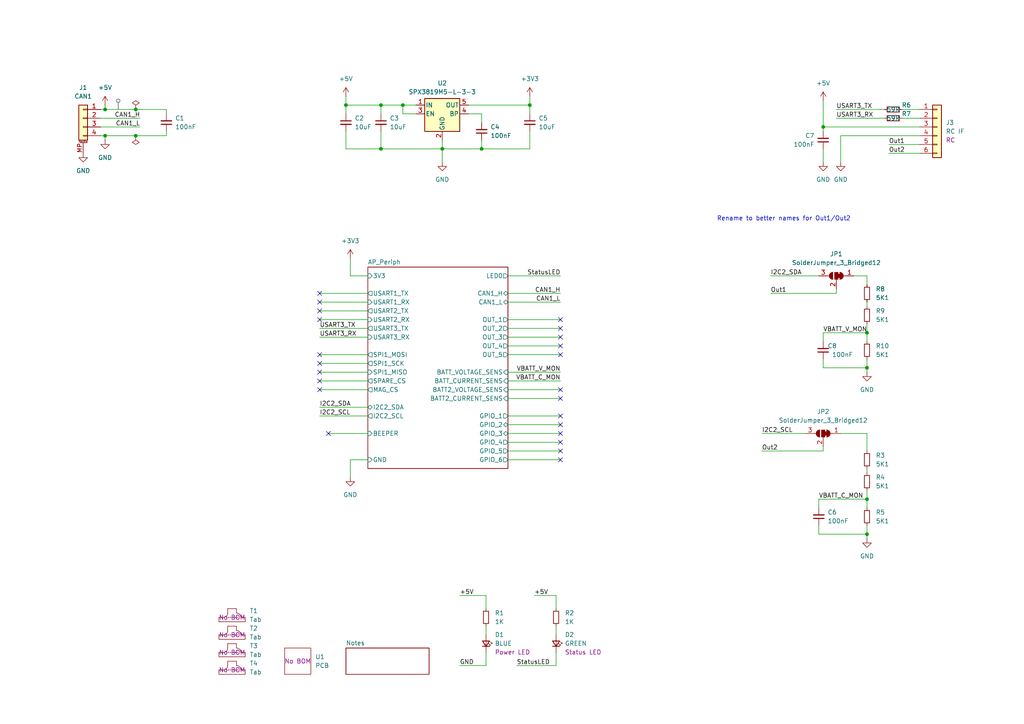
<source format=kicad_sch>
(kicad_sch (version 20250114) (generator "eeschema") (generator_version "9.0")
  (paper "A4")
  (title_block (date "2025-04-14"))
  (lib_symbols
    (symbol "Connector_Generic:Conn_01x06" (pin_names (offset 1.016) (hide yes))
      (property "Reference" "J" (at 0 7.62 0))
      (property "Value" "Conn_01x06" (at 0 -10.16 0))
      (symbol "Conn_01x06_1_1"
        (rectangle (start -1.27 6.35) (end 1.27 -8.89) (stroke (width 0.254)) (fill (type background)))
        (rectangle (start -1.27 5.207) (end 0 4.953) (stroke (width 0.1524)))
        (rectangle (start -1.27 2.667) (end 0 2.413) (stroke (width 0.1524)))
        (rectangle (start -1.27 0.127) (end 0 -0.127) (stroke (width 0.1524)))
        (rectangle (start -1.27 -2.413) (end 0 -2.667) (stroke (width 0.1524)))
        (rectangle (start -1.27 -4.953) (end 0 -5.207) (stroke (width 0.1524)))
        (rectangle (start -1.27 -7.493) (end 0 -7.747) (stroke (width 0.1524)))
        (pin passive line (at -5.08 5.08 0) (length 3.81) (name "Pin_1") (number "1"))
        (pin passive line (at -5.08 2.54 0) (length 3.81) (name "Pin_2") (number "2"))
        (pin passive line (at -5.08 0 0) (length 3.81) (name "Pin_3") (number "3"))
        (pin passive line (at -5.08 -2.54 0) (length 3.81) (name "Pin_4") (number "4"))
        (pin passive line (at -5.08 -5.08 0) (length 3.81) (name "Pin_5") (number "5"))
        (pin passive line (at -5.08 -7.62 0) (length 3.81) (name "Pin_6") (number "6"))
      )
    )
    (symbol "Connector_Generic_MountingPin:Conn_01x04_MountingPin" (pin_names (offset 1.016) (hide yes))
      (property "Reference" "J" (at 0 5.08 0))
      (property "Value" "Conn_01x04_MountingPin" (at 1.27 -7.62 0))
      (symbol "Conn_01x04_MountingPin_1_1"
        (rectangle (start -1.27 3.81) (end 1.27 -6.35) (stroke (width 0.254)) (fill (type background)))
        (rectangle (start -1.27 2.667) (end 0 2.413) (stroke (width 0.1524)))
        (rectangle (start -1.27 0.127) (end 0 -0.127) (stroke (width 0.1524)))
        (rectangle (start -1.27 -2.413) (end 0 -2.667) (stroke (width 0.1524)))
        (rectangle (start -1.27 -4.953) (end 0 -5.207) (stroke (width 0.1524)))
        (polyline (pts (xy -1.016 -7.112) (xy 1.016 -7.112)) (stroke (width 0.1524)))
        (text "Mounting" (at 0 -6.731 0) (effects (font (size 0.381 0.381))))
        (pin passive line (at -5.08 2.54 0) (length 3.81) (name "Pin_1") (number "1"))
        (pin passive line (at -5.08 0 0) (length 3.81) (name "Pin_2") (number "2"))
        (pin passive line (at -5.08 -2.54 0) (length 3.81) (name "Pin_3") (number "3"))
        (pin passive line (at -5.08 -5.08 0) (length 3.81) (name "Pin_4") (number "4"))
        (pin passive line (at 0 -10.16 90) (length 3.048) (name "MountPin") (number "MP"))
      )
    )
    (symbol "Device:C_Small" (pin_numbers (hide yes)) (pin_names (offset 0.254) (hide yes))
      (property "Reference" "C" (at 0.254 1.778 0))
      (property "Value" "C_Small" (at 0.254 -2.032 0))
      (symbol "C_Small_0_1"
        (polyline (pts (xy -1.524 0.508) (xy 1.524 0.508)) (stroke (width 0.3048)))
        (polyline (pts (xy -1.524 -0.508) (xy 1.524 -0.508)) (stroke (width 0.3302)))
      )
      (symbol "C_Small_1_1"
        (pin passive line (at 0 2.54 270) (length 2.032) (name "~") (number "1"))
        (pin passive line (at 0 -2.54 90) (length 2.032) (name "~") (number "2"))
      )
    )
    (symbol "Device:LED_Small" (pin_numbers (hide yes)) (pin_names (offset 0.254) (hide yes))
      (property "Reference" "D" (at -1.27 3.175 0))
      (property "Value" "LED_Small" (at -4.445 -2.54 0))
      (symbol "LED_Small_0_1"
        (polyline (pts (xy -0.762 -1.016) (xy -0.762 1.016)) (stroke (width 0.254)))
        (polyline (pts (xy 0 0.762) (xy -0.508 1.27) (xy -0.254 1.27) (xy -0.508 1.27) (xy -0.508 1.016)))
        (polyline (pts (xy 0.508 1.27) (xy 0 1.778) (xy 0.254 1.778) (xy 0 1.778) (xy 0 1.524)))
        (polyline (pts (xy 0.762 -1.016) (xy -0.762 0) (xy 0.762 1.016) (xy 0.762 -1.016)) (stroke (width 0.254)))
        (polyline (pts (xy 1.016 0) (xy -0.762 0)))
      )
      (symbol "LED_Small_1_1"
        (pin passive line (at -2.54 0 0) (length 1.778) (name "K") (number "1"))
        (pin passive line (at 2.54 0 180) (length 1.778) (name "A") (number "2"))
      )
    )
    (symbol "Device:R_Small" (pin_numbers (hide yes)) (pin_names (offset 0.254) (hide yes))
      (property "Reference" "R" (at 0 0 90))
      (property "Value" "R_Small" (at 1.778 0 90))
      (symbol "R_Small_0_1"
        (rectangle (start -0.762 1.778) (end 0.762 -1.778) (stroke (width 0.2032)))
      )
      (symbol "R_Small_1_1"
        (pin passive line (at 0 2.54 270) (length 0.762) (name "~") (number "1"))
        (pin passive line (at 0 -2.54 90) (length 0.762) (name "~") (number "2"))
      )
    )
    (symbol "Jumper:SolderJumper_3_Bridged12" (pin_names (offset 0) (hide yes)) (in_bom no)
      (property "Reference" "JP" (at -2.54 -2.54 0))
      (property "Value" "SolderJumper_3_Bridged12" (at 0 2.794 0))
      (symbol "SolderJumper_3_Bridged12_0_1"
        (polyline (pts (xy -2.54 0) (xy -2.032 0)))
        (polyline (pts (xy -1.016 1.016) (xy -1.016 -1.016)))
        (rectangle (start -1.016 0.508) (end -0.508 -0.508) (fill (type outline)))
        (arc (start -1.016 -1.016) (mid -2.0276 0) (end -1.016 1.016))
        (arc (start -1.016 -1.016) (mid -2.0276 0) (end -1.016 1.016) (fill (type outline)))
        (rectangle (start -0.508 1.016) (end 0.508 -1.016) (fill (type outline)))
        (polyline (pts (xy 0 -1.27) (xy 0 -1.016)))
        (arc (start 1.016 1.016) (mid 2.0276 0) (end 1.016 -1.016))
        (arc (start 1.016 1.016) (mid 2.0276 0) (end 1.016 -1.016) (fill (type outline)))
        (polyline (pts (xy 1.016 1.016) (xy 1.016 -1.016)))
        (polyline (pts (xy 2.54 0) (xy 2.032 0)))
      )
      (symbol "SolderJumper_3_Bridged12_1_1"
        (pin passive line (at -5.08 0 0) (length 2.54) (name "A") (number "1"))
        (pin passive line (at 0 -3.81 90) (length 2.54) (name "C") (number "2"))
        (pin passive line (at 5.08 0 180) (length 2.54) (name "B") (number "3"))
      )
    )
    (symbol "Mad_Symbols:PCB"
      (property "Reference" "U" (at -3.048 4.826 0))
      (property "Value" "PCB" (at 0 -4.826 0))
      (symbol "PCB_0_1"
        (rectangle (start -3.81 3.81) (end 3.81 -3.81))
      )
    )
    (symbol "PCM_kikit:Tab" (in_bom no)
      (property "Reference" "T" (at 0 3.81 0))
      (property "Value" "Tab" (at 0 -2.54 0))
      (symbol "Tab_0_1"
        (polyline (pts (xy -3.81 0) (xy -2.54 0)) (stroke (width 0.1524)))
        (polyline (pts (xy -3.81 0) (xy -3.81 -1.27) (xy 3.81 -1.27) (xy 3.81 0)) (stroke (width 0.1524)))
        (arc (start -1.27 1.27) (mid -1.642 0.372) (end -2.54 0) (stroke (width 0.1524)))
        (circle (center -1.524 0) (radius 0.0762) (stroke (width 0.1524)))
        (polyline (pts (xy -1.27 1.27) (xy -1.27 2.54)) (stroke (width 0.1524)))
        (circle (center -1.016 0) (radius 0.0762) (stroke (width 0.1524)))
        (circle (center -0.508 0) (radius 0.0762) (stroke (width 0.1524)))
        (circle (center 0 0) (radius 0.0762) (stroke (width 0.1524)))
        (circle (center 0.508 0) (radius 0.0762) (stroke (width 0.1524)))
        (circle (center 1.016 0) (radius 0.0762) (stroke (width 0.1524)))
        (polyline (pts (xy 1.27 2.54) (xy -1.27 2.54)) (stroke (width 0.1524)))
        (polyline (pts (xy 1.27 1.27) (xy 1.27 2.54)) (stroke (width 0.1524)))
        (arc (start 1.27 1.27) (mid 2.168 0.898) (end 2.54 0) (stroke (width 0.1524)))
        (circle (center 1.524 0) (radius 0.0762) (stroke (width 0.1524)))
        (polyline (pts (xy 2.54 0) (xy 3.81 0)) (stroke (width 0.1524)))
      )
    )
    (symbol "Regulator_Linear:SPX3819M5-L-3-3" (pin_names (offset 0.254))
      (property "Reference" "U" (at -3.81 5.715 0))
      (property "Value" "SPX3819M5-L-3-3" (at 0 5.715 0))
      (symbol "SPX3819M5-L-3-3_0_1"
        (rectangle (start -5.08 4.445) (end 5.08 -5.08) (stroke (width 0.254)) (fill (type background)))
      )
      (symbol "SPX3819M5-L-3-3_1_1"
        (pin power_in line (at -7.62 2.54 0) (length 2.54) (name "IN") (number "1"))
        (pin input line (at -7.62 0 0) (length 2.54) (name "EN") (number "3"))
        (pin power_in line (at 0 -7.62 90) (length 2.54) (name "GND") (number "2"))
        (pin power_out line (at 7.62 2.54 180) (length 2.54) (name "OUT") (number "5"))
        (pin input line (at 7.62 0 180) (length 2.54) (name "BP") (number "4"))
      )
    )
    (symbol "power:+3V3" (power) (pin_numbers (hide yes)) (pin_names (offset 0) (hide yes))
      (property "Value" "+3V3" (at 0 3.556 0))
      (symbol "+3V3_0_1"
        (polyline (pts (xy -0.762 1.27) (xy 0 2.54)))
        (polyline (pts (xy 0 2.54) (xy 0.762 1.27)))
        (polyline (pts (xy 0 0) (xy 0 2.54)))
      )
      (symbol "+3V3_1_1"
        (pin power_in line (at 0 0 90) (length 0) (name "~") (number "1"))
      )
    )
    (symbol "power:+5V" (power) (pin_numbers (hide yes)) (pin_names (offset 0) (hide yes))
      (property "Value" "+5V" (at 0 3.556 0))
      (symbol "+5V_0_1"
        (polyline (pts (xy -0.762 1.27) (xy 0 2.54)))
        (polyline (pts (xy 0 2.54) (xy 0.762 1.27)))
        (polyline (pts (xy 0 0) (xy 0 2.54)))
      )
      (symbol "+5V_1_1"
        (pin power_in line (at 0 0 90) (length 0) (name "~") (number "1"))
      )
    )
    (symbol "power:GND" (power) (pin_numbers (hide yes)) (pin_names (offset 0) (hide yes))
      (property "Value" "GND" (at 0 -3.81 0))
      (symbol "GND_0_1"
        (polyline (pts (xy 0 0) (xy 0 -1.27) (xy 1.27 -1.27) (xy 0 -2.54) (xy -1.27 -1.27) (xy 0 -1.27)))
      )
      (symbol "GND_1_1"
        (pin power_in line (at 0 0 270) (length 0) (name "~") (number "1"))
      )
    )
    (symbol "power:PWR_FLAG" (power) (pin_numbers (hide yes)) (pin_names (offset 0) (hide yes))
      (property "Value" "PWR_FLAG" (at 0 3.81 0))
      (symbol "PWR_FLAG_0_0"
        (pin power_out line (at 0 0 90) (length 0) (name "~") (number "1"))
      )
      (symbol "PWR_FLAG_0_1"
        (polyline (pts (xy 0 0) (xy 0 1.27) (xy -1.016 1.905) (xy 0 2.54) (xy 1.016 1.905) (xy 0 1.27)))
      )
    )
  )
  (text "Rename to better names for Out1/Out2" (at 227.33 63.5 0) (effects (font (size 1.27 1.27))))
  (junction (at 30.48 39.37))
  (junction (at 251.46 154.94))
  (junction (at 39.37 39.37))
  (junction (at 110.49 30.48))
  (junction (at 251.46 144.78))
  (junction (at 238.76 36.83))
  (junction (at 116.84 30.48))
  (junction (at 128.27 43.18))
  (junction (at 153.67 30.48))
  (junction (at 139.7 43.18))
  (junction (at 100.33 30.48))
  (junction (at 39.37 31.75))
  (junction (at 251.46 96.52))
  (junction (at 30.48 31.75))
  (junction (at 251.46 106.68))
  (junction (at 110.49 43.18))
  (no_connect (at 162.56 97.79))
  (no_connect (at 92.71 90.17))
  (no_connect (at 162.56 95.25))
  (no_connect (at 162.56 120.65))
  (no_connect (at 162.56 113.03))
  (no_connect (at 162.56 130.81))
  (no_connect (at 92.71 113.03))
  (no_connect (at 92.71 87.63))
  (no_connect (at 95.25 125.73))
  (no_connect (at 162.56 102.87))
  (no_connect (at 92.71 92.71))
  (no_connect (at 92.71 85.09))
  (no_connect (at 162.56 100.33))
  (no_connect (at 162.56 133.35))
  (no_connect (at 162.56 123.19))
  (no_connect (at 92.71 105.41))
  (no_connect (at 92.71 110.49))
  (no_connect (at 92.71 107.95))
  (no_connect (at 162.56 125.73))
  (no_connect (at 162.56 92.71))
  (no_connect (at 162.56 128.27))
  (no_connect (at 162.56 115.57))
  (no_connect (at 92.71 102.87))
  (wire (pts (xy 162.56 110.49) (xy 147.32 110.49)))
  (wire (pts (xy 220.98 125.73) (xy 233.68 125.73)))
  (wire (pts (xy 48.26 39.37) (xy 39.37 39.37)))
  (wire (pts (xy 30.48 39.37) (xy 39.37 39.37)))
  (wire (pts (xy 251.46 142.24) (xy 251.46 144.78)))
  (wire (pts (xy 100.33 30.48) (xy 100.33 33.02)))
  (wire (pts (xy 162.56 102.87) (xy 147.32 102.87)))
  (wire (pts (xy 162.56 130.81) (xy 147.32 130.81)))
  (wire (pts (xy 161.29 172.72) (xy 161.29 176.53)))
  (wire (pts (xy 92.71 97.79) (xy 106.68 97.79)))
  (wire (pts (xy 162.56 92.71) (xy 147.32 92.71)))
  (wire (pts (xy 162.56 123.19) (xy 147.32 123.19)))
  (wire (pts (xy 238.76 96.52) (xy 238.76 99.06)))
  (wire (pts (xy 242.57 34.29) (xy 256.54 34.29)))
  (wire (pts (xy 92.71 107.95) (xy 106.68 107.95)))
  (wire (pts (xy 162.56 100.33) (xy 147.32 100.33)))
  (wire (pts (xy 101.6 80.01) (xy 106.68 80.01)))
  (wire (pts (xy 237.49 144.78) (xy 237.49 147.32)))
  (wire (pts (xy 101.6 133.35) (xy 106.68 133.35)))
  (wire (pts (xy 161.29 172.72) (xy 154.94 172.72)))
  (wire (pts (xy 243.84 39.37) (xy 266.7 39.37)))
  (wire (pts (xy 101.6 74.93) (xy 101.6 80.01)))
  (wire (pts (xy 110.49 33.02) (xy 110.49 30.48)))
  (wire (pts (xy 101.6 138.43) (xy 101.6 133.35)))
  (wire (pts (xy 128.27 46.99) (xy 128.27 43.18)))
  (wire (pts (xy 251.46 125.73) (xy 251.46 130.81)))
  (wire (pts (xy 162.56 120.65) (xy 147.32 120.65)))
  (wire (pts (xy 223.52 80.01) (xy 237.49 80.01)))
  (wire (pts (xy 251.46 96.52) (xy 251.46 99.06)))
  (wire (pts (xy 147.32 107.95) (xy 162.56 107.95)))
  (wire (pts (xy 243.84 125.73) (xy 251.46 125.73)))
  (wire (pts (xy 238.76 106.68) (xy 251.46 106.68)))
  (wire (pts (xy 242.57 31.75) (xy 256.54 31.75)))
  (wire (pts (xy 135.89 33.02) (xy 139.7 33.02)))
  (wire (pts (xy 162.56 87.63) (xy 147.32 87.63)))
  (wire (pts (xy 30.48 31.75) (xy 39.37 31.75)))
  (wire (pts (xy 251.46 154.94) (xy 251.46 156.21)))
  (wire (pts (xy 40.64 34.29) (xy 29.21 34.29)))
  (wire (pts (xy 242.57 85.09) (xy 242.57 83.82)))
  (wire (pts (xy 100.33 38.1) (xy 100.33 43.18)))
  (wire (pts (xy 29.21 39.37) (xy 30.48 39.37)))
  (wire (pts (xy 251.46 87.63) (xy 251.46 88.9)))
  (wire (pts (xy 110.49 43.18) (xy 128.27 43.18)))
  (wire (pts (xy 153.67 38.1) (xy 153.67 43.18)))
  (wire (pts (xy 220.98 130.81) (xy 238.76 130.81)))
  (wire (pts (xy 110.49 30.48) (xy 116.84 30.48)))
  (wire (pts (xy 238.76 38.1) (xy 238.76 36.83)))
  (wire (pts (xy 251.46 104.14) (xy 251.46 106.68)))
  (wire (pts (xy 140.97 176.53) (xy 140.97 172.72)))
  (wire (pts (xy 251.46 80.01) (xy 251.46 82.55)))
  (wire (pts (xy 133.35 193.04) (xy 140.97 193.04)))
  (wire (pts (xy 30.48 40.64) (xy 30.48 39.37)))
  (wire (pts (xy 110.49 43.18) (xy 100.33 43.18)))
  (wire (pts (xy 238.76 36.83) (xy 266.7 36.83)))
  (wire (pts (xy 162.56 95.25) (xy 147.32 95.25)))
  (wire (pts (xy 238.76 96.52) (xy 251.46 96.52)))
  (wire (pts (xy 251.46 144.78) (xy 251.46 147.32)))
  (wire (pts (xy 251.46 152.4) (xy 251.46 154.94)))
  (wire (pts (xy 257.81 44.45) (xy 266.7 44.45)))
  (wire (pts (xy 92.71 102.87) (xy 106.68 102.87)))
  (wire (pts (xy 149.86 193.04) (xy 161.29 193.04)))
  (wire (pts (xy 147.32 80.01) (xy 162.56 80.01)))
  (wire (pts (xy 92.71 118.11) (xy 106.68 118.11)))
  (wire (pts (xy 110.49 38.1) (xy 110.49 43.18)))
  (wire (pts (xy 92.71 85.09) (xy 106.68 85.09)))
  (wire (pts (xy 237.49 152.4) (xy 237.49 154.94)))
  (wire (pts (xy 92.71 120.65) (xy 106.68 120.65)))
  (wire (pts (xy 92.71 95.25) (xy 106.68 95.25)))
  (wire (pts (xy 30.48 30.48) (xy 30.48 31.75)))
  (wire (pts (xy 133.35 172.72) (xy 140.97 172.72)))
  (wire (pts (xy 237.49 154.94) (xy 251.46 154.94)))
  (wire (pts (xy 139.7 33.02) (xy 139.7 35.56)))
  (wire (pts (xy 162.56 115.57) (xy 147.32 115.57)))
  (wire (pts (xy 162.56 128.27) (xy 147.32 128.27)))
  (wire (pts (xy 238.76 130.81) (xy 238.76 129.54)))
  (wire (pts (xy 95.25 125.73) (xy 106.68 125.73)))
  (wire (pts (xy 247.65 80.01) (xy 251.46 80.01)))
  (wire (pts (xy 140.97 189.23) (xy 140.97 193.04)))
  (wire (pts (xy 153.67 30.48) (xy 135.89 30.48)))
  (wire (pts (xy 29.21 31.75) (xy 30.48 31.75)))
  (wire (pts (xy 257.81 41.91) (xy 266.7 41.91)))
  (wire (pts (xy 92.71 110.49) (xy 106.68 110.49)))
  (wire (pts (xy 92.71 90.17) (xy 106.68 90.17)))
  (wire (pts (xy 139.7 43.18) (xy 153.67 43.18)))
  (wire (pts (xy 162.56 125.73) (xy 147.32 125.73)))
  (wire (pts (xy 92.71 92.71) (xy 106.68 92.71)))
  (wire (pts (xy 261.62 34.29) (xy 266.7 34.29)))
  (wire (pts (xy 100.33 27.94) (xy 100.33 30.48)))
  (wire (pts (xy 161.29 184.15) (xy 161.29 181.61)))
  (wire (pts (xy 116.84 30.48) (xy 120.65 30.48)))
  (wire (pts (xy 92.71 113.03) (xy 106.68 113.03)))
  (wire (pts (xy 238.76 29.21) (xy 238.76 36.83)))
  (wire (pts (xy 161.29 189.23) (xy 161.29 193.04)))
  (wire (pts (xy 237.49 144.78) (xy 251.46 144.78)))
  (wire (pts (xy 251.46 135.89) (xy 251.46 137.16)))
  (wire (pts (xy 162.56 133.35) (xy 147.32 133.35)))
  (wire (pts (xy 251.46 106.68) (xy 251.46 107.95)))
  (wire (pts (xy 92.71 87.63) (xy 106.68 87.63)))
  (wire (pts (xy 92.71 105.41) (xy 106.68 105.41)))
  (wire (pts (xy 48.26 31.75) (xy 39.37 31.75)))
  (wire (pts (xy 153.67 27.94) (xy 153.67 30.48)))
  (wire (pts (xy 128.27 43.18) (xy 128.27 40.64)))
  (wire (pts (xy 251.46 93.98) (xy 251.46 96.52)))
  (wire (pts (xy 223.52 85.09) (xy 242.57 85.09)))
  (wire (pts (xy 40.64 36.83) (xy 29.21 36.83)))
  (wire (pts (xy 153.67 33.02) (xy 153.67 30.48)))
  (wire (pts (xy 116.84 33.02) (xy 116.84 30.48)))
  (wire (pts (xy 128.27 43.18) (xy 139.7 43.18)))
  (wire (pts (xy 140.97 184.15) (xy 140.97 181.61)))
  (wire (pts (xy 120.65 33.02) (xy 116.84 33.02)))
  (wire (pts (xy 147.32 113.03) (xy 162.56 113.03)))
  (wire (pts (xy 238.76 43.18) (xy 238.76 46.99)))
  (wire (pts (xy 162.56 85.09) (xy 147.32 85.09)))
  (wire (pts (xy 261.62 31.75) (xy 266.7 31.75)))
  (wire (pts (xy 162.56 97.79) (xy 147.32 97.79)))
  (wire (pts (xy 139.7 40.64) (xy 139.7 43.18)))
  (wire (pts (xy 243.84 46.99) (xy 243.84 39.37)))
  (wire (pts (xy 110.49 30.48) (xy 100.33 30.48)))
  (wire (pts (xy 48.26 38.1) (xy 48.26 39.37)))
  (wire (pts (xy 48.26 33.02) (xy 48.26 31.75)))
  (wire (pts (xy 238.76 104.14) (xy 238.76 106.68)))
  (label "Out2" (at 220.98 130.81 0))
  (label "VBATT_C_MON" (at 237.49 144.78 0) (effects (font (thickness 0.1588))))
  (label "USART3_TX" (at 92.71 95.25 0) (effects (font (thickness 0.1588))))
  (label "CAN1_L" (at 40.64 36.83 180))
  (label "CAN1_H" (at 162.56 85.09 180))
  (label "I2C2_SDA" (at 92.71 118.11 0))
  (label "+5V" (at 133.35 172.72 0))
  (label "StatusLED" (at 149.86 193.04 0))
  (label "Out1" (at 257.81 41.91 0))
  (label "Out1" (at 223.52 85.09 0))
  (label "GND" (at 133.35 193.04 0))
  (label "VBATT_C_MON" (at 162.56 110.49 180) (effects (font (thickness 0.1588))))
  (label "CAN1_H" (at 40.64 34.29 180))
  (label "Out2" (at 257.81 44.45 0))
  (label "USART3_TX" (at 242.57 31.75 0))
  (label "VBATT_V_MON" (at 162.56 107.95 180) (effects (font (thickness 0.1588))))
  (label "CAN1_L" (at 162.56 87.63 180))
  (label "I2C2_SDA" (at 223.52 80.01 0))
  (label "VBATT_V_MON" (at 238.76 96.52 0) (effects (font (thickness 0.1588))))
  (label "I2C2_SCL" (at 92.71 120.65 0))
  (label "I2C2_SCL" (at 220.98 125.73 0))
  (label "StatusLED" (at 162.56 80.01 180))
  (label "USART3_RX" (at 92.71 97.79 0) (effects (font (thickness 0.1588))))
  (label "+5V" (at 154.94 172.72 0))
  (label "USART3_RX" (at 242.57 34.29 0))
  (netclass_flag "" (length 2.54) (shape round) (at 34.29 31.75 0) (property "Netclass" "PowerIN" (effects (hide yes))))
  (symbol (lib_id "power:PWR_FLAG") (at 39.37 39.37 0) (mirror x) (unit 1)
    (property "Reference" "#FLG02" (effects (hide yes)))
    (property "Value" "PWR_FLAG" (effects (hide yes)))
    (property "Description" "Special symbol for telling ERC where power comes from" (effects (hide yes)))
  )
  (symbol (lib_id "Device:R_Small") (at 251.46 133.35 0) (unit 1)
    (property "Reference" "R3" (at 254 132.0799 0) (effects (justify left)))
    (property "Value" "5K1" (at 254 134.6199 0) (effects (justify left)))
    (property "Footprint" "Resistor_SMD:R_0402_1005Metric" (effects (hide yes)))
    (property "Datasheet" "https://www.yageo.com/upload/media/product/products/datasheet/rchip/PYu-RC_Group_51_RoHS_L_12.pdf" (effects (hide yes)))
    (property "Description" "Resistor, small symbol" (effects (hide yes)))
    (property "Manufacturer" "YAGEO" (effects (hide yes)))
    (property "MPN" "RC0402FR-071KL" (effects (hide yes)))
    (property "Price" "$0.16" (effects (hide yes)))
    (property "Rating" "RES 5.1K OHM 1% 1/16W 0402" (effects (hide yes)))
    (property "Supplier" "Digikey" (effects (hide yes)))
    (property "Supplier PN" "311-5.10KLRCT-ND" (effects (hide yes)))
    (property "LCSC" "C105872" (effects (hide yes)))
  )
  (symbol (lib_id "Device:C_Small") (at 238.76 101.6 180) (unit 1)
    (property "Reference" "C8" (at 240.03 100.3235 0) (effects (justify right)))
    (property "Value" "100nF" (at 241.3 102.8635 0) (effects (justify right)))
    (property "Footprint" "Capacitor_SMD:C_0402_1005Metric" (effects (hide yes)))
    (property "Datasheet" "https://www.yageo.com/upload/media/product/productsearch/datasheet/mlcc/UPY-GPHC_X7R_6.3V-to-250V_24.pdf" (effects (hide yes)))
    (property "Description" "0.1 µF ±10% 25V Ceramic Capacitor X7R 0402 (1005 Metric)" (effects (hide yes)))
    (property "Price" "$0.17" (effects (hide yes)))
    (property "Rating" "CAP 0402 50V 100 NF X7R" (effects (hide yes)))
    (property "Supplier" "Digikey" (effects (hide yes)))
    (property "Supplier PN" "13-CC0402KPX7R9BB104CT-ND" (effects (hide yes)))
    (property "Manufacturer" "YAGEO" (effects (hide yes)))
    (property "MPN" "CC0402KPX7R9BB104" (effects (hide yes)))
    (property "LCSC" "C432917" (effects (hide yes)))
  )
  (symbol (lib_id "power:GND") (at 238.76 46.99 0) (unit 1)
    (property "Reference" "#PWR09" (effects (hide yes)))
    (property "Value" "GND" (at 238.76 52.07 0))
    (property "Description" "Power symbol creates a global label with name \"GND\" , ground" (effects (hide yes)))
  )
  (symbol (lib_id "Device:LED_Small") (at 161.29 186.69 270) (mirror x) (unit 1)
    (property "Reference" "D2" (at 163.83 184.0864 90) (effects (justify left)))
    (property "Value" "GREEN" (at 163.83 186.6264 90) (effects (justify left)))
    (property "Footprint" "LED_SMD:LED_0603_1608Metric" (effects (hide yes)))
    (property "Datasheet" "https://www.we-online.com/components/products/datasheet/150060VS75000.pdf" (effects (hide yes)))
    (property "Description" "Light emitting diode, small symbol" (effects (hide yes)))
    (property "Manufacturer" "Würth Elektronik" (effects (hide yes)))
    (property "Price" "$0.24" (effects (hide yes)))
    (property "Interface" "Status LED" (at 163.83 189.1664 90) (effects (justify left)))
    (property "Rating" "LED GREEN CLEAR 0603 SMD" (effects (hide yes)))
    (property "Supplier" "Digikey" (effects (hide yes)))
    (property "Supplier PN" "732-4980-1-ND" (effects (hide yes)))
    (property "MPN" "150060VS75000" (effects (hide yes)))
    (property "LCSC" "C965811" (effects (hide yes)))
  )
  (symbol (lib_id "Device:C_Small") (at 100.33 35.56 0) (unit 1)
    (property "Reference" "C2" (at 102.87 34.2962 0) (effects (justify left)))
    (property "Value" "10uF" (at 102.87 36.8362 0) (effects (justify left)))
    (property "Footprint" "Capacitor_SMD:C_0805_2012Metric" (effects (hide yes)))
    (property "Datasheet" "https://www.yageo.com/upload/media/product/app/datasheet/mlcc/upy-gphc_x5r_4v-to-50v.pdf" (effects (hide yes)))
    (property "Description" "10 µF ±10% 25V Ceramic Capacitor X5R 0805 (2012 Metric)" (effects (hide yes)))
    (property "Price" "$0.47" (effects (hide yes)))
    (property "Rating" "CAP CER 10UF 25V X5R 0805" (effects (hide yes)))
    (property "Supplier" "Digikey" (effects (hide yes)))
    (property "Supplier PN" "311-1869-1-ND" (effects (hide yes)))
    (property "Manufacturer" "YAGEO" (effects (hide yes)))
    (property "MPN" "CC0805KKX5R8BB106" (effects (hide yes)))
    (property "LCSC" "C2932476" (effects (hide yes)))
  )
  (symbol (lib_id "Device:LED_Small") (at 140.97 186.69 270) (mirror x) (unit 1)
    (property "Reference" "D1" (at 143.51 184.0864 90) (effects (justify left)))
    (property "Value" "BLUE" (at 143.51 186.6264 90) (effects (justify left)))
    (property "Footprint" "LED_SMD:LED_0603_1608Metric" (effects (hide yes)))
    (property "Datasheet" "https://www.we-online.com/components/products/datasheet/150060VS75000.pdf" (effects (hide yes)))
    (property "Description" "Light emitting diode, small symbol" (effects (hide yes)))
    (property "Manufacturer" "Würth Elektronik" (effects (hide yes)))
    (property "Price" "$0.16" (effects (hide yes)))
    (property "Interface" "Power LED" (at 143.51 189.1664 90) (effects (justify left)))
    (property "Rating" "LED BLUE CLEAR 0603 SMD" (effects (hide yes)))
    (property "Supplier" "Digikey" (effects (hide yes)))
    (property "Supplier PN" "732-4966-1-ND" (effects (hide yes)))
    (property "MPN" "150060BS75000" (effects (hide yes)))
    (property "LCSC" "C965807" (effects (hide yes)))
  )
  (symbol (lib_id "Jumper:SolderJumper_3_Bridged12") (at 242.57 80.01 0) (mirror y) (unit 1) (in_bom no)
    (property "Reference" "JP1" (at 242.57 73.66 0))
    (property "Value" "SolderJumper_3_Bridged12" (at 242.57 76.2 0))
    (property "Footprint" "Jumper:SolderJumper-3_P1.3mm_Bridged12_RoundedPad1.0x1.5mm" (effects (hide yes)))
    (property "Description" "3-pole Solder Jumper, pins 1+2 closed/bridged" (effects (hide yes)))
  )
  (symbol (lib_id "Device:R_Small") (at 251.46 149.86 0) (unit 1)
    (property "Reference" "R5" (at 254 148.5899 0) (effects (justify left)))
    (property "Value" "5K1" (at 254 151.1299 0) (effects (justify left)))
    (property "Footprint" "Resistor_SMD:R_0402_1005Metric" (effects (hide yes)))
    (property "Datasheet" "https://www.yageo.com/upload/media/product/products/datasheet/rchip/PYu-RC_Group_51_RoHS_L_12.pdf" (effects (hide yes)))
    (property "Description" "Resistor, small symbol" (effects (hide yes)))
    (property "Manufacturer" "YAGEO" (effects (hide yes)))
    (property "MPN" "RC0402FR-071KL" (effects (hide yes)))
    (property "Price" "$0.16" (effects (hide yes)))
    (property "Rating" "RES 5.1K OHM 1% 1/16W 0402" (effects (hide yes)))
    (property "Supplier" "Digikey" (effects (hide yes)))
    (property "Supplier PN" "311-5.10KLRCT-ND" (effects (hide yes)))
    (property "LCSC" "C105872" (effects (hide yes)))
  )
  (symbol (lib_id "power:+3V3") (at 153.67 27.94 0) (unit 1)
    (property "Reference" "#PWR07" (effects (hide yes)))
    (property "Value" "+3V3" (at 153.67 22.86 0))
    (property "Description" "Power symbol creates a global label with name \"+3V3\"" (effects (hide yes)))
  )
  (symbol (lib_id "Device:R_Small") (at 251.46 139.7 0) (unit 1)
    (property "Reference" "R4" (at 254 138.4299 0) (effects (justify left)))
    (property "Value" "5K1" (at 254 140.9699 0) (effects (justify left)))
    (property "Footprint" "Resistor_SMD:R_0402_1005Metric" (effects (hide yes)))
    (property "Datasheet" "https://www.yageo.com/upload/media/product/products/datasheet/rchip/PYu-RC_Group_51_RoHS_L_12.pdf" (effects (hide yes)))
    (property "Description" "Resistor, small symbol" (effects (hide yes)))
    (property "Manufacturer" "YAGEO" (effects (hide yes)))
    (property "MPN" "RC0402FR-071KL" (effects (hide yes)))
    (property "Price" "$0.16" (effects (hide yes)))
    (property "Rating" "RES 5.1K OHM 1% 1/16W 0402" (effects (hide yes)))
    (property "Supplier" "Digikey" (effects (hide yes)))
    (property "Supplier PN" "311-5.10KLRCT-ND" (effects (hide yes)))
    (property "LCSC" "C105872" (effects (hide yes)))
  )
  (symbol (lib_id "Regulator_Linear:SPX3819M5-L-3-3") (at 128.27 33.02 0) (unit 1)
    (property "Reference" "U2" (at 128.27 24.13 0))
    (property "Value" "SPX3819M5-L-3-3" (at 128.27 26.67 0))
    (property "Footprint" "Package_TO_SOT_SMD:SOT-23-5" (effects (hide yes)))
    (property "Datasheet" "https://mm.digikey.com/Volume0/opasdata/d220001/medias/docus/6642/1016_SPX3819.pdf" (effects (hide yes)))
    (property "Description" "Linear Voltage Regulator IC Positive Fixed 1 Output 500mA SOT-23-5" (effects (hide yes)))
    (property "Price" "$0.45" (effects (hide yes)))
    (property "Rating" "IC REG LINEAR 3.3V 500MA SOT23-5" (effects (hide yes)))
    (property "Supplier" "Digikey" (effects (hide yes)))
    (property "Supplier PN" "1016-1873-1-ND" (effects (hide yes)))
    (property "Manufacturer" "MaxLinear, Inc." (effects (hide yes)))
    (property "MPN" "SPX3819M5-L-3-3/TR" (effects (hide yes)))
    (property "LCSC" "C9055" (effects (hide yes)))
  )
  (symbol (lib_id "PCM_kikit:Tab") (at 67.31 189.23 0) (unit 1) (in_bom no)
    (property "Reference" "T3" (at 72.39 187.3249 0) (effects (justify left)))
    (property "Value" "Tab" (at 72.39 189.8649 0) (effects (justify left)))
    (property "Footprint" "PCM_kikit:Tab" (effects (hide yes)))
    (property "Description" "KiKit tab annotations" (effects (hide yes)))
    (property "Notes" "No BOM" (at 67.31 189.23 0))
  )
  (symbol (lib_id "Device:C_Small") (at 237.49 149.86 180) (unit 1)
    (property "Reference" "C6" (at 240.03 148.5835 0) (effects (justify right)))
    (property "Value" "100nF" (at 240.03 151.1235 0) (effects (justify right)))
    (property "Footprint" "Capacitor_SMD:C_0402_1005Metric" (effects (hide yes)))
    (property "Datasheet" "https://www.yageo.com/upload/media/product/productsearch/datasheet/mlcc/UPY-GPHC_X7R_6.3V-to-250V_24.pdf" (effects (hide yes)))
    (property "Description" "0.1 µF ±10% 25V Ceramic Capacitor X7R 0402 (1005 Metric)" (effects (hide yes)))
    (property "Price" "$0.17" (effects (hide yes)))
    (property "Rating" "CAP 0402 50V 100 NF X7R" (effects (hide yes)))
    (property "Supplier" "Digikey" (effects (hide yes)))
    (property "Supplier PN" "13-CC0402KPX7R9BB104CT-ND" (effects (hide yes)))
    (property "Manufacturer" "YAGEO" (effects (hide yes)))
    (property "MPN" "CC0402KPX7R9BB104" (effects (hide yes)))
    (property "LCSC" "C432917" (effects (hide yes)))
  )
  (symbol (lib_id "Device:C_Small") (at 139.7 38.1 180) (unit 1)
    (property "Reference" "C4" (at 142.24 36.8235 0) (effects (justify right)))
    (property "Value" "100nF" (at 142.24 39.3635 0) (effects (justify right)))
    (property "Footprint" "Capacitor_SMD:C_0402_1005Metric" (effects (hide yes)))
    (property "Datasheet" "https://www.yageo.com/upload/media/product/productsearch/datasheet/mlcc/UPY-GPHC_X7R_6.3V-to-250V_24.pdf" (effects (hide yes)))
    (property "Description" "0.1 µF ±10% 25V Ceramic Capacitor X7R 0402 (1005 Metric)" (effects (hide yes)))
    (property "Price" "$0.17" (effects (hide yes)))
    (property "Rating" "CAP 0402 50V 100 NF X7R" (effects (hide yes)))
    (property "Supplier" "Digikey" (effects (hide yes)))
    (property "Supplier PN" "13-CC0402KPX7R9BB104CT-ND" (effects (hide yes)))
    (property "Manufacturer" "YAGEO" (effects (hide yes)))
    (property "MPN" "CC0402KPX7R9BB104" (effects (hide yes)))
    (property "LCSC" "C432917" (effects (hide yes)))
  )
  (symbol (lib_id "Device:R_Small") (at 140.97 179.07 180) (unit 1)
    (property "Reference" "R1" (at 143.51 177.7999 0) (effects (justify right)))
    (property "Value" "1K" (at 143.51 180.3399 0) (effects (justify right)))
    (property "Footprint" "Resistor_SMD:R_0402_1005Metric" (effects (hide yes)))
    (property "Datasheet" "https://www.yageo.com/upload/media/product/products/datasheet/rchip/PYu-RC_Group_51_RoHS_L_12.pdf" (effects (hide yes)))
    (property "Description" "Resistor, small symbol" (effects (hide yes)))
    (property "Price" "$0.16" (effects (hide yes)))
    (property "Rating" "RES 1K OHM 1% 1/16W 0402" (effects (hide yes)))
    (property "Supplier" "Digikey" (effects (hide yes)))
    (property "Supplier PN" "311-1.00KLRCT-ND" (effects (hide yes)))
    (property "Manufacturer" "YAGEO" (effects (hide yes)))
    (property "MPN" "RC0402FR-071KL" (effects (hide yes)))
    (property "LCSC" "C106235" (effects (hide yes)))
  )
  (symbol (lib_id "power:GND") (at 30.48 40.64 0) (mirror y) (unit 1)
    (property "Reference" "#PWR02" (effects (hide yes)))
    (property "Value" "GND" (at 30.48 45.72 0))
    (property "Description" "Power symbol creates a global label with name \"GND\" , ground" (effects (hide yes)))
  )
  (symbol (lib_id "Device:R_Small") (at 251.46 101.6 0) (unit 1)
    (property "Reference" "R10" (at 254 100.3299 0) (effects (justify left)))
    (property "Value" "5K1" (at 254 102.8699 0) (effects (justify left)))
    (property "Footprint" "Resistor_SMD:R_0402_1005Metric" (effects (hide yes)))
    (property "Datasheet" "https://www.yageo.com/upload/media/product/products/datasheet/rchip/PYu-RC_Group_51_RoHS_L_12.pdf" (effects (hide yes)))
    (property "Description" "Resistor, small symbol" (effects (hide yes)))
    (property "Manufacturer" "YAGEO" (effects (hide yes)))
    (property "MPN" "RC0402FR-071KL" (effects (hide yes)))
    (property "Price" "$0.16" (effects (hide yes)))
    (property "Rating" "RES 5.1K OHM 1% 1/16W 0402" (effects (hide yes)))
    (property "Supplier" "Digikey" (effects (hide yes)))
    (property "Supplier PN" "311-5.10KLRCT-ND" (effects (hide yes)))
    (property "LCSC" "C105872" (effects (hide yes)))
  )
  (symbol (lib_id "Device:C_Small") (at 153.67 35.56 0) (unit 1)
    (property "Reference" "C5" (at 156.21 34.2962 0) (effects (justify left)))
    (property "Value" "10uF" (at 156.21 36.8362 0) (effects (justify left)))
    (property "Footprint" "Capacitor_SMD:C_0805_2012Metric" (effects (hide yes)))
    (property "Datasheet" "https://www.yageo.com/upload/media/product/app/datasheet/mlcc/upy-gphc_x5r_4v-to-50v.pdf" (effects (hide yes)))
    (property "Description" "10 µF ±10% 25V Ceramic Capacitor X5R 0805 (2012 Metric)" (effects (hide yes)))
    (property "Price" "$0.47" (effects (hide yes)))
    (property "Rating" "CAP CER 10UF 25V X5R 0805" (effects (hide yes)))
    (property "Supplier" "Digikey" (effects (hide yes)))
    (property "Supplier PN" "311-1869-1-ND" (effects (hide yes)))
    (property "Manufacturer" "YAGEO" (effects (hide yes)))
    (property "MPN" "CC0805KKX5R8BB106" (effects (hide yes)))
    (property "LCSC" "C2932476" (effects (hide yes)))
  )
  (symbol (lib_id "Device:R_Small") (at 161.29 179.07 180) (unit 1)
    (property "Reference" "R2" (at 163.83 177.7999 0) (effects (justify right)))
    (property "Value" "1K" (at 163.83 180.3399 0) (effects (justify right)))
    (property "Footprint" "Resistor_SMD:R_0402_1005Metric" (effects (hide yes)))
    (property "Datasheet" "https://www.yageo.com/upload/media/product/products/datasheet/rchip/PYu-RC_Group_51_RoHS_L_12.pdf" (effects (hide yes)))
    (property "Description" "Resistor, small symbol" (effects (hide yes)))
    (property "Price" "$0.16" (effects (hide yes)))
    (property "Rating" "RES 1K OHM 1% 1/16W 0402" (effects (hide yes)))
    (property "Supplier" "Digikey" (effects (hide yes)))
    (property "Supplier PN" "311-1.00KLRCT-ND" (effects (hide yes)))
    (property "Manufacturer" "YAGEO" (effects (hide yes)))
    (property "MPN" "RC0402FR-071KL" (effects (hide yes)))
    (property "LCSC" "C106235" (effects (hide yes)))
  )
  (symbol (lib_id "Device:R_Small") (at 259.08 31.75 270) (mirror x) (unit 1)
    (property "Reference" "R6" (at 262.89 30.48 90))
    (property "Value" "59R" (at 259.08 31.75 90))
    (property "Footprint" "Resistor_SMD:R_0402_1005Metric" (effects (hide yes)))
    (property "Datasheet" "https://www.yageo.com/upload/media/product/products/datasheet/rchip/PYu-RC_Group_51_RoHS_L_12.pdf" (effects (hide yes)))
    (property "Description" "Resistor, small symbol" (effects (hide yes)))
    (property "Price" "$0.16" (effects (hide yes)))
    (property "Rating" "RES 59 OHM 1% 1/16W 0402" (effects (hide yes)))
    (property "Supplier" "Digikey" (effects (hide yes)))
    (property "Supplier PN" "YAG3194CT-ND" (effects (hide yes)))
    (property "Manufacturer" "YAGEO" (effects (hide yes)))
    (property "MPN" "RC0402FR-0759RL" (effects (hide yes)))
    (property "LCSC" "C273340" (effects (hide yes)))
  )
  (symbol (lib_id "Device:C_Small") (at 110.49 35.56 0) (unit 1)
    (property "Reference" "C3" (at 113.03 34.2962 0) (effects (justify left)))
    (property "Value" "10uF" (at 113.03 36.8362 0) (effects (justify left)))
    (property "Footprint" "Capacitor_SMD:C_0805_2012Metric" (effects (hide yes)))
    (property "Datasheet" "https://www.yageo.com/upload/media/product/app/datasheet/mlcc/upy-gphc_x5r_4v-to-50v.pdf" (effects (hide yes)))
    (property "Description" "10 µF ±10% 25V Ceramic Capacitor X5R 0805 (2012 Metric)" (effects (hide yes)))
    (property "Price" "$0.47" (effects (hide yes)))
    (property "Rating" "CAP CER 10UF 25V X5R 0805" (effects (hide yes)))
    (property "Supplier" "Digikey" (effects (hide yes)))
    (property "Supplier PN" "311-1869-1-ND" (effects (hide yes)))
    (property "Manufacturer" "YAGEO" (effects (hide yes)))
    (property "MPN" "CC0805KKX5R8BB106" (effects (hide yes)))
    (property "LCSC" "C2932476" (effects (hide yes)))
  )
  (symbol (lib_id "Device:R_Small") (at 251.46 91.44 0) (unit 1)
    (property "Reference" "R9" (at 254 90.1699 0) (effects (justify left)))
    (property "Value" "5K1" (at 254 92.7099 0) (effects (justify left)))
    (property "Footprint" "Resistor_SMD:R_0402_1005Metric" (effects (hide yes)))
    (property "Datasheet" "https://www.yageo.com/upload/media/product/products/datasheet/rchip/PYu-RC_Group_51_RoHS_L_12.pdf" (effects (hide yes)))
    (property "Description" "Resistor, small symbol" (effects (hide yes)))
    (property "Manufacturer" "YAGEO" (effects (hide yes)))
    (property "MPN" "RC0402FR-071KL" (effects (hide yes)))
    (property "Price" "$0.16" (effects (hide yes)))
    (property "Rating" "RES 5.1K OHM 1% 1/16W 0402" (effects (hide yes)))
    (property "Supplier" "Digikey" (effects (hide yes)))
    (property "Supplier PN" "311-5.10KLRCT-ND" (effects (hide yes)))
    (property "LCSC" "C105872" (effects (hide yes)))
  )
  (symbol (lib_id "Connector_Generic:Conn_01x06") (at 271.78 36.83 0) (unit 1)
    (property "Reference" "J3" (at 274.32 35.5599 0) (effects (justify left)))
    (property "Value" "RC IF" (at 274.32 38.0999 0) (effects (justify left)))
    (property "Footprint" "Connector_PinHeader_2.54mm:PinHeader_1x06_P2.54mm_Vertical" (effects (hide yes)))
    (property "Description" "Generic connector, single row, 01x06, script generated (kicad-library-utils/schlib/autogen/connector/)" (effects (hide yes)))
    (property "Interface" "RC" (at 274.32 40.6399 0) (effects (justify left)))
    (property "Notes" "No BOM" (effects (hide yes)))
  )
  (symbol (lib_id "Jumper:SolderJumper_3_Bridged12") (at 238.76 125.73 0) (mirror y) (unit 1) (in_bom no)
    (property "Reference" "JP2" (at 238.76 119.38 0))
    (property "Value" "SolderJumper_3_Bridged12" (at 238.76 121.92 0))
    (property "Footprint" "Jumper:SolderJumper-3_P1.3mm_Bridged12_RoundedPad1.0x1.5mm" (effects (hide yes)))
    (property "Description" "3-pole Solder Jumper, pins 1+2 closed/bridged" (effects (hide yes)))
  )
  (symbol (lib_id "power:GND") (at 251.46 107.95 0) (mirror y) (unit 1)
    (property "Reference" "#PWR012" (effects (hide yes)))
    (property "Value" "GND" (at 251.46 113.03 0))
    (property "Description" "Power symbol creates a global label with name \"GND\" , ground" (effects (hide yes)))
  )
  (symbol (lib_id "Mad_Symbols:PCB") (at 86.36 191.77 0) (unit 1) (in_bom no)
    (property "Reference" "U1" (at 91.44 190.4999 0) (effects (justify left)))
    (property "Value" "PCB" (at 91.44 193.0399 0) (effects (justify left)))
    (property "Footprint" "mad_footprints:BOM" (effects (hide yes)))
    (property "Notes" "No BOM" (at 86.36 191.77 0))
  )
  (symbol (lib_id "power:+5V") (at 30.48 30.48 0) (mirror y) (unit 1)
    (property "Reference" "#PWR01" (effects (hide yes)))
    (property "Value" "+5V" (at 30.48 25.4 0))
    (property "Description" "Power symbol creates a global label with name \"+5V\"" (effects (hide yes)))
  )
  (symbol (lib_id "power:PWR_FLAG") (at 39.37 31.75 0) (mirror y) (unit 1)
    (property "Reference" "#FLG01" (effects (hide yes)))
    (property "Value" "PWR_FLAG" (effects (hide yes)))
    (property "Description" "Special symbol for telling ERC where power comes from" (effects (hide yes)))
  )
  (symbol (lib_id "power:GND") (at 24.13 44.45 0) (mirror y) (unit 1)
    (property "Reference" "#PWR013" (effects (hide yes)))
    (property "Value" "GND" (at 24.13 49.53 0))
    (property "Description" "Power symbol creates a global label with name \"GND\" , ground" (effects (hide yes)))
  )
  (symbol (lib_id "power:+5V") (at 100.33 27.94 0) (mirror y) (unit 1)
    (property "Reference" "#PWR03" (effects (hide yes)))
    (property "Value" "+5V" (at 100.33 22.86 0))
    (property "Description" "Power symbol creates a global label with name \"+5V\"" (effects (hide yes)))
  )
  (symbol (lib_id "power:+5V") (at 238.76 29.21 0) (unit 1)
    (property "Reference" "#PWR08" (effects (hide yes)))
    (property "Value" "+5V" (at 238.76 24.13 0))
    (property "Description" "Power symbol creates a global label with name \"+5V\"" (effects (hide yes)))
  )
  (symbol (lib_id "PCM_kikit:Tab") (at 67.31 184.15 0) (unit 1) (in_bom no)
    (property "Reference" "T2" (at 72.39 182.2449 0) (effects (justify left)))
    (property "Value" "Tab" (at 72.39 184.7849 0) (effects (justify left)))
    (property "Footprint" "PCM_kikit:Tab" (effects (hide yes)))
    (property "Description" "KiKit tab annotations" (effects (hide yes)))
    (property "Notes" "No BOM" (at 67.31 184.15 0))
  )
  (symbol (lib_id "power:GND") (at 101.6 138.43 0) (mirror y) (unit 1)
    (property "Reference" "#PWR05" (effects (hide yes)))
    (property "Value" "GND" (at 101.6 143.51 0))
    (property "Description" "Power symbol creates a global label with name \"GND\" , ground" (effects (hide yes)))
  )
  (symbol (lib_id "Device:R_Small") (at 259.08 34.29 270) (mirror x) (unit 1)
    (property "Reference" "R7" (at 262.89 33.02 90))
    (property "Value" "59R" (at 259.08 34.29 90))
    (property "Footprint" "Resistor_SMD:R_0402_1005Metric" (effects (hide yes)))
    (property "Datasheet" "https://www.yageo.com/upload/media/product/products/datasheet/rchip/PYu-RC_Group_51_RoHS_L_12.pdf" (effects (hide yes)))
    (property "Description" "Resistor, small symbol" (effects (hide yes)))
    (property "Price" "$0.16" (effects (hide yes)))
    (property "Rating" "RES 59 OHM 1% 1/16W 0402" (effects (hide yes)))
    (property "Supplier" "Digikey" (effects (hide yes)))
    (property "Supplier PN" "YAG3194CT-ND" (effects (hide yes)))
    (property "Manufacturer" "YAGEO" (effects (hide yes)))
    (property "MPN" "RC0402FR-0759RL" (effects (hide yes)))
    (property "LCSC" "C273340" (effects (hide yes)))
  )
  (symbol (lib_id "power:GND") (at 128.27 46.99 0) (mirror y) (unit 1)
    (property "Reference" "#PWR06" (effects (hide yes)))
    (property "Value" "GND" (at 128.27 52.07 0))
    (property "Description" "Power symbol creates a global label with name \"GND\" , ground" (effects (hide yes)))
  )
  (symbol (lib_id "Device:C_Small") (at 48.26 35.56 180) (unit 1)
    (property "Reference" "C1" (at 50.8 34.2835 0) (effects (justify right)))
    (property "Value" "100nF" (at 50.8 36.8235 0) (effects (justify right)))
    (property "Footprint" "Capacitor_SMD:C_0402_1005Metric" (effects (hide yes)))
    (property "Datasheet" "https://www.yageo.com/upload/media/product/productsearch/datasheet/mlcc/UPY-GPHC_X7R_6.3V-to-250V_24.pdf" (effects (hide yes)))
    (property "Description" "0.1 µF ±10% 25V Ceramic Capacitor X7R 0402 (1005 Metric)" (effects (hide yes)))
    (property "Price" "$0.17" (effects (hide yes)))
    (property "Rating" "CAP 0402 50V 100 NF X7R" (effects (hide yes)))
    (property "Supplier" "Digikey" (effects (hide yes)))
    (property "Supplier PN" "13-CC0402KPX7R9BB104CT-ND" (effects (hide yes)))
    (property "Manufacturer" "YAGEO" (effects (hide yes)))
    (property "MPN" "CC0402KPX7R9BB104" (effects (hide yes)))
    (property "LCSC" "C432917" (effects (hide yes)))
  )
  (symbol (lib_id "Device:R_Small") (at 251.46 85.09 0) (unit 1)
    (property "Reference" "R8" (at 254 83.8199 0) (effects (justify left)))
    (property "Value" "5K1" (at 254 86.3599 0) (effects (justify left)))
    (property "Footprint" "Resistor_SMD:R_0402_1005Metric" (effects (hide yes)))
    (property "Datasheet" "https://www.yageo.com/upload/media/product/products/datasheet/rchip/PYu-RC_Group_51_RoHS_L_12.pdf" (effects (hide yes)))
    (property "Description" "Resistor, small symbol" (effects (hide yes)))
    (property "Manufacturer" "YAGEO" (effects (hide yes)))
    (property "MPN" "RC0402FR-071KL" (effects (hide yes)))
    (property "Price" "$0.16" (effects (hide yes)))
    (property "Rating" "RES 5.1K OHM 1% 1/16W 0402" (effects (hide yes)))
    (property "Supplier" "Digikey" (effects (hide yes)))
    (property "Supplier PN" "311-5.10KLRCT-ND" (effects (hide yes)))
    (property "LCSC" "C105872" (effects (hide yes)))
  )
  (symbol (lib_id "Device:C_Small") (at 238.76 40.64 0) (mirror x) (unit 1)
    (property "Reference" "C7" (at 236.22 39.3635 0) (effects (justify right)))
    (property "Value" "100nF" (at 236.22 41.9035 0) (effects (justify right)))
    (property "Footprint" "Capacitor_SMD:C_0402_1005Metric" (effects (hide yes)))
    (property "Datasheet" "https://www.yageo.com/upload/media/product/productsearch/datasheet/mlcc/UPY-GPHC_X7R_6.3V-to-250V_24.pdf" (effects (hide yes)))
    (property "Description" "0.1 µF ±10% 25V Ceramic Capacitor X7R 0402 (1005 Metric)" (effects (hide yes)))
    (property "Price" "$0.17" (effects (hide yes)))
    (property "Rating" "CAP 0402 50V 100 NF X7R" (effects (hide yes)))
    (property "Supplier" "Digikey" (effects (hide yes)))
    (property "Supplier PN" "13-CC0402KPX7R9BB104CT-ND" (effects (hide yes)))
    (property "Manufacturer" "YAGEO" (effects (hide yes)))
    (property "MPN" "CC0402KPX7R9BB104" (effects (hide yes)))
    (property "LCSC" "C432917" (effects (hide yes)))
  )
  (symbol (lib_id "PCM_kikit:Tab") (at 67.31 179.07 0) (unit 1) (in_bom no)
    (property "Reference" "T1" (at 72.39 177.1649 0) (effects (justify left)))
    (property "Value" "Tab" (at 72.39 179.7049 0) (effects (justify left)))
    (property "Footprint" "PCM_kikit:Tab" (effects (hide yes)))
    (property "Description" "KiKit tab annotations" (effects (hide yes)))
    (property "Notes" "No BOM" (at 67.31 179.07 0))
  )
  (symbol (lib_id "power:GND") (at 251.46 156.21 0) (mirror y) (unit 1)
    (property "Reference" "#PWR010" (effects (hide yes)))
    (property "Value" "GND" (at 251.46 161.29 0))
    (property "Description" "Power symbol creates a global label with name \"GND\" , ground" (effects (hide yes)))
  )
  (symbol (lib_id "Connector_Generic_MountingPin:Conn_01x04_MountingPin") (at 24.13 34.29 0) (mirror y) (unit 1)
    (property "Reference" "J1" (at 24.13 25.4 0))
    (property "Value" "CAN1" (at 24.13 27.94 0))
    (property "Footprint" "Connector_JST:JST_GH_SM04B-GHS-TB_1x04-1MP_P1.25mm_Horizontal" (effects (hide yes)))
    (property "Datasheet" "https://www.jst-mfg.com/product/pdf/eng/eGH.pdf" (effects (hide yes)))
    (property "Description" "Generic connectable mounting pin connector, single row, 01x04, script generated (kicad-library-utils/schlib/autogen/connector/)" (effects (hide yes)))
    (property "Price" "$0.38 " (effects (hide yes)))
    (property "Supplier" "Digikey" (effects (hide yes)))
    (property "Supplier PN" "455-1566-1-ND" (effects (hide yes)))
    (property "MPN" "SM04B-GHS-TB" (effects (hide yes)))
    (property "LCSC" "C189895" (effects (hide yes)))
  )
  (symbol (lib_id "power:+3V3") (at 101.6 74.93 0) (unit 1)
    (property "Reference" "#PWR04" (effects (hide yes)))
    (property "Value" "+3V3" (at 101.6 69.85 0))
    (property "Description" "Power symbol creates a global label with name \"+3V3\"" (effects (hide yes)))
  )
  (symbol (lib_id "power:GND") (at 243.84 46.99 0) (unit 1)
    (property "Reference" "#PWR011" (effects (hide yes)))
    (property "Value" "GND" (at 243.84 52.07 0))
    (property "Description" "Power symbol creates a global label with name \"GND\" , ground" (effects (hide yes)))
  )
  (symbol (lib_id "PCM_kikit:Tab") (at 67.31 194.31 0) (unit 1) (in_bom no)
    (property "Reference" "T4" (at 72.39 192.4049 0) (effects (justify left)))
    (property "Value" "Tab" (at 72.39 194.9449 0) (effects (justify left)))
    (property "Footprint" "PCM_kikit:Tab" (effects (hide yes)))
    (property "Description" "KiKit tab annotations" (effects (hide yes)))
    (property "Notes" "No BOM" (at 67.31 194.31 0))
  )
  (sheet (at 106.68 77.47) (size 40.64 58.42) (stroke (width 0.1524))
    (property "Sheetname" "AP_Periph" (at 106.68 76.7584 0) (effects (justify left bottom)))
    (property "Sheetfile" "AP_Periph.kicad_sch" (effects (hide yes)))
    (pin "3V3" input (at 106.68 80.01 180))
    (pin "GND" input (at 106.68 133.35 180))
    (pin "CAN1_H" bidirectional (at 147.32 85.09 0))
    (pin "CAN1_L" bidirectional (at 147.32 87.63 0))
    (pin "USART3_RX" input (at 106.68 97.79 180))
    (pin "I2C2_SDA" bidirectional (at 106.68 118.11 180))
    (pin "I2C2_SCL" output (at 106.68 120.65 180))
    (pin "SPARE_CS" output (at 106.68 110.49 180))
    (pin "SPI1_MISO" input (at 106.68 107.95 180))
    (pin "MAG_CS" output (at 106.68 113.03 180))
    (pin "SPI1_SCK" output (at 106.68 105.41 180))
    (pin "SPI1_MOSI" output (at 106.68 102.87 180))
    (pin "LED0" output (at 147.32 80.01 0))
    (pin "USART2_TX" output (at 106.68 90.17 180))
    (pin "OUT_2" output (at 147.32 95.25 0))
    (pin "OUT_4" output (at 147.32 100.33 0))
    (pin "USART2_RX" input (at 106.68 92.71 180))
    (pin "OUT_3" output (at 147.32 97.79 0))
    (pin "OUT_1" output (at 147.32 92.71 0))
    (pin "USART3_TX" output (at 106.68 95.25 180))
    (pin "OUT_5" output (at 147.32 102.87 0))
    (pin "USART1_TX" output (at 106.68 85.09 180))
    (pin "GPIO_3" bidirectional (at 147.32 125.73 0))
    (pin "GPIO_2" bidirectional (at 147.32 123.19 0))
    (pin "USART1_RX" input (at 106.68 87.63 180))
    (pin "GPIO_5" output (at 147.32 130.81 0))
    (pin "GPIO_1" output (at 147.32 120.65 0))
    (pin "GPIO_4" output (at 147.32 128.27 0))
    (pin "BATT_CURRENT_SENS" input (at 147.32 110.49 0))
    (pin "BATT2_CURRENT_SENS" input (at 147.32 115.57 0))
    (pin "BATT_VOLTAGE_SENS" input (at 147.32 107.95 0))
    (pin "BATT2_VOLTAGE_SENS" input (at 147.32 113.03 0))
    (pin "GPIO_6" output (at 147.32 133.35 0))
    (pin "BEEPER" input (at 106.68 125.73 180))
  )
  (sheet (at 100.33 187.96) (size 24.13 7.62) (stroke (width 0.1524))
    (property "Sheetname" "Notes" (at 100.33 187.2484 0) (effects (justify left bottom)))
    (property "Sheetfile" "notes.kicad_sch" (effects (hide yes)))
  )
)
</source>
